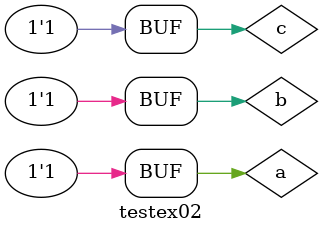
<source format=v>


 module halfAdder (a, b, s0, s1);
 output s0, s1;
 input  a, b;
 assign s1 = a & b;
 
 xor XOR (s0, a, b);
         
endmodule  // halfAdder


 module testex02;
 reg a, b, c;
 wire s0, s1, s2, s3, cOut;
 halfAdder um (a, b, s0, s1);
 halfAdder dois (s0, c, s2, s3);
 assign cOut = s3 | s1;
 
 initial begin
 
      $display("Exercicio 02 - Pedro Tronbin - 410473");
      $display("Teste Operador Soma Completa usando 2 Meia-Somas.");
      $display("A  +  B  +  C  =  C0  S");
       a=0; b=0; c=0;
		 
    #1  $monitor("%b  +  %b  +  %b  =  %b  %b", a, b, c, cOut, s2);
    #1  a=0; b=0; c=1;
    #1  a=0; b=1; c=0;
    #1  a=0; b=1; c=1;
    #1  a=1; b=0; c=0;
    #1  a=1; b=0; c=1;
    #1  a=1; b=1; c=0;
    #1  a=1; b=1; c=1;

 end

endmodule // testex02

/* SAIDA

Exercicio 02 - Pedro Tronbin - 410473
    Teste Operador Soma Completa usando 2 Meia-Somas.
    A  +  B  +  C  =  C0  S
    0  +  0  +  0  =  0  0
    0  +  0  +  1  =  0  1
    0  +  1  +  0  =  0  1
    0  +  1  +  1  =  1  0
    1  +  0  +  0  =  0  1
    1  +  0  +  1  =  1  0
    1  +  1  +  0  =  1  0
    1  +  1  +  1  =  1  1
*/
</source>
